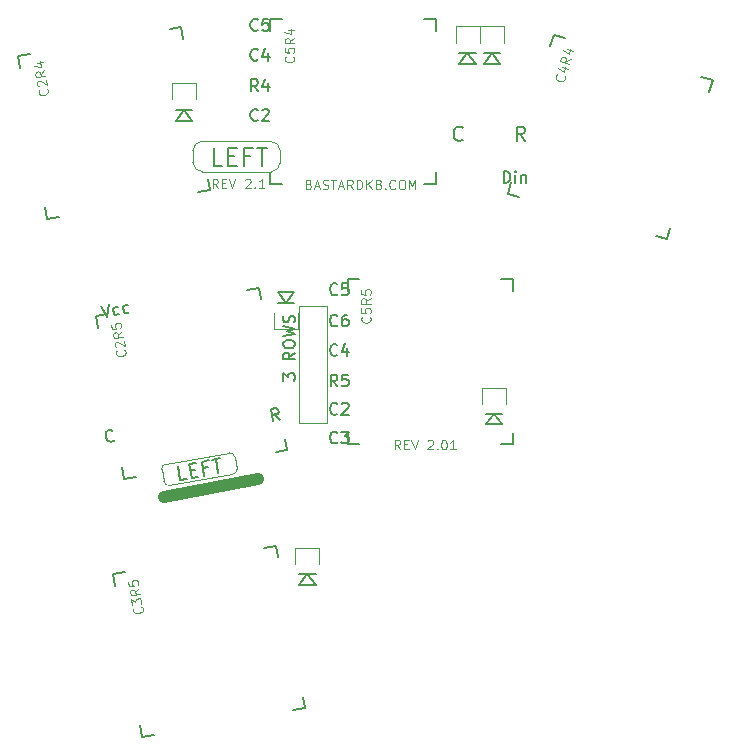
<source format=gto>
G04 Layer: BottomSilkscreenLayer*
G04 EasyEDA v6.5.25, 2023-03-20 21:11:36*
**********************************至少这一行要换成自己的************************************
G04 Gerber Generator version 0.2*
G04 Scale: 100 percent, Rotated: No, Reflected: No *
G04 Dimensions in millimeters  *
G04 leading zeros omitted , absolute positions ,3 integer and 6 decimal *
G04 #@! TF.GenerationSoftware,KiCad,Pcbnew,7.0.7*
G04 #@! TF.CreationDate,2024-02-03T15:44:35+08:00*
G04 #@! TF.ProjectId,flex,666c6578-2e6b-4696-9361-645f70636258,rev?*
G04 #@! TF.SameCoordinates,Original*
G04 #@! TF.FileFunction,Legend,Top*
G04 #@! TF.FilePolarity,Positive*
%FSLAX46Y46*%
G04 Gerber Fmt 4.6, Leading zero omitted, Abs format (unit mm)*
G04 Created by KiCad (PCBNEW 7.0.7) date 2024-02-03 15:44:35*
%MOMM*%
%LPD*%
G01*
G04 APERTURE LIST*
%ADD10C,0.120000*%
%ADD11C,1.000000*%
%ADD12C,0.150000*%
%ADD13C,0.200000*%
G04 APERTURE END LIST*
D10*
X80781746Y-55913790D02*
X74956746Y-55913790D01*
D11*
X79665000Y-84485000D02*
X71735000Y-86015000D01*
D10*
X77716139Y-82640936D02*
G75*
G03*
X77251576Y-82275616I-397439J-27364D01*
G01*
X77251576Y-82275615D02*
X71908995Y-83217659D01*
X77716183Y-82640933D02*
X77893150Y-83644561D01*
X81577783Y-56694680D02*
G75*
G03*
X80781746Y-55913790I-800183J-19520D01*
G01*
X71908998Y-83217710D02*
G75*
G03*
X71543677Y-83682267I27302J-397390D01*
G01*
X74175857Y-57703979D02*
X74175857Y-56684868D01*
X71720644Y-84685895D02*
X71543677Y-83682267D01*
X81577824Y-56694679D02*
X81577824Y-57713790D01*
X74175858Y-57703979D02*
G75*
G03*
X74971935Y-58484869I800142J19479D01*
G01*
X83200000Y-69850000D02*
X85575000Y-69850000D01*
X85575000Y-79800000D01*
X83200000Y-79800000D01*
X83200000Y-69850000D01*
X74956745Y-55913748D02*
G75*
G03*
X74175857Y-56684868I19555J-800752D01*
G01*
X72185251Y-85051213D02*
X77527832Y-84109169D01*
X71720631Y-84685896D02*
G75*
G03*
X72185251Y-85051212I397469J27396D01*
G01*
X74971935Y-58484869D02*
X80796935Y-58484868D01*
X77527828Y-84109111D02*
G75*
G03*
X77893150Y-83644561I-27328J397411D01*
G01*
X80796934Y-58484834D02*
G75*
G03*
X81577823Y-57713790I-19434J800634D01*
G01*
X76301240Y-59881640D02*
X76034573Y-59500687D01*
X75844097Y-59881640D02*
X75844097Y-59081640D01*
X75844097Y-59081640D02*
X76148859Y-59081640D01*
X76148859Y-59081640D02*
X76225049Y-59119735D01*
X76225049Y-59119735D02*
X76263144Y-59157830D01*
X76263144Y-59157830D02*
X76301240Y-59234021D01*
X76301240Y-59234021D02*
X76301240Y-59348306D01*
X76301240Y-59348306D02*
X76263144Y-59424497D01*
X76263144Y-59424497D02*
X76225049Y-59462592D01*
X76225049Y-59462592D02*
X76148859Y-59500687D01*
X76148859Y-59500687D02*
X75844097Y-59500687D01*
X76644097Y-59462592D02*
X76910763Y-59462592D01*
X77025049Y-59881640D02*
X76644097Y-59881640D01*
X76644097Y-59881640D02*
X76644097Y-59081640D01*
X76644097Y-59081640D02*
X77025049Y-59081640D01*
X77253621Y-59081640D02*
X77520288Y-59881640D01*
X77520288Y-59881640D02*
X77786954Y-59081640D01*
X78625049Y-59157830D02*
X78663145Y-59119735D01*
X78663145Y-59119735D02*
X78739335Y-59081640D01*
X78739335Y-59081640D02*
X78929811Y-59081640D01*
X78929811Y-59081640D02*
X79006002Y-59119735D01*
X79006002Y-59119735D02*
X79044097Y-59157830D01*
X79044097Y-59157830D02*
X79082192Y-59234021D01*
X79082192Y-59234021D02*
X79082192Y-59310211D01*
X79082192Y-59310211D02*
X79044097Y-59424497D01*
X79044097Y-59424497D02*
X78586954Y-59881640D01*
X78586954Y-59881640D02*
X79082192Y-59881640D01*
X79425050Y-59805449D02*
X79463145Y-59843545D01*
X79463145Y-59843545D02*
X79425050Y-59881640D01*
X79425050Y-59881640D02*
X79386954Y-59843545D01*
X79386954Y-59843545D02*
X79425050Y-59805449D01*
X79425050Y-59805449D02*
X79425050Y-59881640D01*
X80225049Y-59881640D02*
X79767906Y-59881640D01*
X79996478Y-59881640D02*
X79996478Y-59081640D01*
X79996478Y-59081640D02*
X79920287Y-59195925D01*
X79920287Y-59195925D02*
X79844097Y-59272116D01*
X79844097Y-59272116D02*
X79767906Y-59310211D01*
X105665035Y-50400944D02*
X105691154Y-50448064D01*
X105691154Y-50448064D02*
X105696272Y-50568423D01*
X105696272Y-50568423D02*
X105675271Y-50641662D01*
X105675271Y-50641662D02*
X105607151Y-50741020D01*
X105607151Y-50741020D02*
X105512911Y-50793258D01*
X105512911Y-50793258D02*
X105429171Y-50808876D01*
X105429171Y-50808876D02*
X105272193Y-50803494D01*
X105272193Y-50803494D02*
X105162334Y-50771992D01*
X105162334Y-50771992D02*
X105026357Y-50693371D01*
X105026357Y-50693371D02*
X104963618Y-50635751D01*
X104963618Y-50635751D02*
X104911380Y-50541511D01*
X104911380Y-50541511D02*
X104906262Y-50421152D01*
X104906262Y-50421152D02*
X104927263Y-50347913D01*
X104927263Y-50347913D02*
X104995384Y-50248555D01*
X104995384Y-50248555D02*
X105042504Y-50222436D01*
X105414610Y-49615787D02*
X105927283Y-49762794D01*
X105069152Y-49714881D02*
X105565942Y-50055485D01*
X105565942Y-50055485D02*
X105702448Y-49579432D01*
X106168794Y-48920545D02*
X105729095Y-49071877D01*
X106042788Y-49359979D02*
X105273779Y-49139469D01*
X105273779Y-49139469D02*
X105357782Y-48846513D01*
X105357782Y-48846513D02*
X105415403Y-48783775D01*
X105415403Y-48783775D02*
X105462523Y-48757656D01*
X105462523Y-48757656D02*
X105546262Y-48742037D01*
X105546262Y-48742037D02*
X105656121Y-48773539D01*
X105656121Y-48773539D02*
X105718859Y-48831159D01*
X105718859Y-48831159D02*
X105744978Y-48878279D01*
X105744978Y-48878279D02*
X105760597Y-48962018D01*
X105760597Y-48962018D02*
X105676593Y-49254974D01*
X105845129Y-48114388D02*
X106357802Y-48261394D01*
X105499671Y-48213481D02*
X105996461Y-48554086D01*
X105996461Y-48554086D02*
X106132967Y-48078033D01*
X69817058Y-95325443D02*
X69861190Y-95356344D01*
X69861190Y-95356344D02*
X69918552Y-95462279D01*
X69918552Y-95462279D02*
X69931782Y-95537312D01*
X69931782Y-95537312D02*
X69914111Y-95656476D01*
X69914111Y-95656476D02*
X69852308Y-95744739D01*
X69852308Y-95744739D02*
X69783891Y-95795486D01*
X69783891Y-95795486D02*
X69640440Y-95859463D01*
X69640440Y-95859463D02*
X69527890Y-95879309D01*
X69527890Y-95879309D02*
X69371209Y-95868253D01*
X69371209Y-95868253D02*
X69289561Y-95843967D01*
X69289561Y-95843967D02*
X69201298Y-95782164D01*
X69201298Y-95782164D02*
X69143936Y-95676230D01*
X69143936Y-95676230D02*
X69130706Y-95601197D01*
X69130706Y-95601197D02*
X69148377Y-95482032D01*
X69148377Y-95482032D02*
X69179278Y-95437901D01*
X69057939Y-95188516D02*
X68971941Y-94700801D01*
X68971941Y-94700801D02*
X69318380Y-94910495D01*
X69318380Y-94910495D02*
X69298534Y-94797946D01*
X69298534Y-94797946D02*
X69322820Y-94716298D01*
X69322820Y-94716298D02*
X69353722Y-94672166D01*
X69353722Y-94672166D02*
X69422139Y-94621419D01*
X69422139Y-94621419D02*
X69609722Y-94588344D01*
X69609722Y-94588344D02*
X69691370Y-94612630D01*
X69691370Y-94612630D02*
X69735502Y-94643531D01*
X69735502Y-94643531D02*
X69786248Y-94711949D01*
X69786248Y-94711949D02*
X69825939Y-94937048D01*
X69825939Y-94937048D02*
X69801653Y-95018696D01*
X69801653Y-95018696D02*
X69770752Y-95062828D01*
X69620869Y-93774036D02*
X69292010Y-94102804D01*
X69700251Y-94224234D02*
X68912405Y-94363153D01*
X68912405Y-94363153D02*
X68859484Y-94063021D01*
X68859484Y-94063021D02*
X68883770Y-93981373D01*
X68883770Y-93981373D02*
X68914671Y-93937241D01*
X68914671Y-93937241D02*
X68983089Y-93886494D01*
X68983089Y-93886494D02*
X69095638Y-93866649D01*
X69095638Y-93866649D02*
X69177286Y-93890935D01*
X69177286Y-93890935D02*
X69221418Y-93921836D01*
X69221418Y-93921836D02*
X69272165Y-93990254D01*
X69272165Y-93990254D02*
X69325086Y-94290386D01*
X68707335Y-93200142D02*
X68773486Y-93575307D01*
X68773486Y-93575307D02*
X69155266Y-93546671D01*
X69155266Y-93546671D02*
X69111135Y-93515770D01*
X69111135Y-93515770D02*
X69060388Y-93447352D01*
X69060388Y-93447352D02*
X69027312Y-93259770D01*
X69027312Y-93259770D02*
X69051598Y-93178122D01*
X69051598Y-93178122D02*
X69082500Y-93133990D01*
X69082500Y-93133990D02*
X69150917Y-93083243D01*
X69150917Y-93083243D02*
X69338500Y-93050167D01*
X69338500Y-93050167D02*
X69420148Y-93074454D01*
X69420148Y-93074454D02*
X69464280Y-93105355D01*
X69464280Y-93105355D02*
X69515026Y-93173773D01*
X69515026Y-93173773D02*
X69548102Y-93361355D01*
X69548102Y-93361355D02*
X69523816Y-93443003D01*
X69523816Y-93443003D02*
X69492915Y-93487135D01*
D12*
X97011954Y-55765342D02*
X96954811Y-55822485D01*
X96954811Y-55822485D02*
X96783383Y-55879627D01*
X96783383Y-55879627D02*
X96669097Y-55879627D01*
X96669097Y-55879627D02*
X96497668Y-55822485D01*
X96497668Y-55822485D02*
X96383383Y-55708199D01*
X96383383Y-55708199D02*
X96326240Y-55593913D01*
X96326240Y-55593913D02*
X96269097Y-55365342D01*
X96269097Y-55365342D02*
X96269097Y-55193913D01*
X96269097Y-55193913D02*
X96326240Y-54965342D01*
X96326240Y-54965342D02*
X96383383Y-54851056D01*
X96383383Y-54851056D02*
X96497668Y-54736770D01*
X96497668Y-54736770D02*
X96669097Y-54679627D01*
X96669097Y-54679627D02*
X96783383Y-54679627D01*
X96783383Y-54679627D02*
X96954811Y-54736770D01*
X96954811Y-54736770D02*
X97011954Y-54793913D01*
X79673859Y-54079865D02*
X79626240Y-54127485D01*
X79626240Y-54127485D02*
X79483383Y-54175104D01*
X79483383Y-54175104D02*
X79388145Y-54175104D01*
X79388145Y-54175104D02*
X79245288Y-54127485D01*
X79245288Y-54127485D02*
X79150050Y-54032246D01*
X79150050Y-54032246D02*
X79102431Y-53937008D01*
X79102431Y-53937008D02*
X79054812Y-53746532D01*
X79054812Y-53746532D02*
X79054812Y-53603675D01*
X79054812Y-53603675D02*
X79102431Y-53413199D01*
X79102431Y-53413199D02*
X79150050Y-53317961D01*
X79150050Y-53317961D02*
X79245288Y-53222723D01*
X79245288Y-53222723D02*
X79388145Y-53175104D01*
X79388145Y-53175104D02*
X79483383Y-53175104D01*
X79483383Y-53175104D02*
X79626240Y-53222723D01*
X79626240Y-53222723D02*
X79673859Y-53270342D01*
X80054812Y-53270342D02*
X80102431Y-53222723D01*
X80102431Y-53222723D02*
X80197669Y-53175104D01*
X80197669Y-53175104D02*
X80435764Y-53175104D01*
X80435764Y-53175104D02*
X80531002Y-53222723D01*
X80531002Y-53222723D02*
X80578621Y-53270342D01*
X80578621Y-53270342D02*
X80626240Y-53365580D01*
X80626240Y-53365580D02*
X80626240Y-53460818D01*
X80626240Y-53460818D02*
X80578621Y-53603675D01*
X80578621Y-53603675D02*
X80007193Y-54175104D01*
X80007193Y-54175104D02*
X80626240Y-54175104D01*
X86408333Y-81399680D02*
X86360714Y-81447300D01*
X86360714Y-81447300D02*
X86217857Y-81494919D01*
X86217857Y-81494919D02*
X86122619Y-81494919D01*
X86122619Y-81494919D02*
X85979762Y-81447300D01*
X85979762Y-81447300D02*
X85884524Y-81352061D01*
X85884524Y-81352061D02*
X85836905Y-81256823D01*
X85836905Y-81256823D02*
X85789286Y-81066347D01*
X85789286Y-81066347D02*
X85789286Y-80923490D01*
X85789286Y-80923490D02*
X85836905Y-80733014D01*
X85836905Y-80733014D02*
X85884524Y-80637776D01*
X85884524Y-80637776D02*
X85979762Y-80542538D01*
X85979762Y-80542538D02*
X86122619Y-80494919D01*
X86122619Y-80494919D02*
X86217857Y-80494919D01*
X86217857Y-80494919D02*
X86360714Y-80542538D01*
X86360714Y-80542538D02*
X86408333Y-80590157D01*
X86741667Y-80494919D02*
X87360714Y-80494919D01*
X87360714Y-80494919D02*
X87027381Y-80875871D01*
X87027381Y-80875871D02*
X87170238Y-80875871D01*
X87170238Y-80875871D02*
X87265476Y-80923490D01*
X87265476Y-80923490D02*
X87313095Y-80971109D01*
X87313095Y-80971109D02*
X87360714Y-81066347D01*
X87360714Y-81066347D02*
X87360714Y-81304442D01*
X87360714Y-81304442D02*
X87313095Y-81399680D01*
X87313095Y-81399680D02*
X87265476Y-81447300D01*
X87265476Y-81447300D02*
X87170238Y-81494919D01*
X87170238Y-81494919D02*
X86884524Y-81494919D01*
X86884524Y-81494919D02*
X86789286Y-81447300D01*
X86789286Y-81447300D02*
X86741667Y-81399680D01*
X86408333Y-68841980D02*
X86360714Y-68889600D01*
X86360714Y-68889600D02*
X86217857Y-68937219D01*
X86217857Y-68937219D02*
X86122619Y-68937219D01*
X86122619Y-68937219D02*
X85979762Y-68889600D01*
X85979762Y-68889600D02*
X85884524Y-68794361D01*
X85884524Y-68794361D02*
X85836905Y-68699123D01*
X85836905Y-68699123D02*
X85789286Y-68508647D01*
X85789286Y-68508647D02*
X85789286Y-68365790D01*
X85789286Y-68365790D02*
X85836905Y-68175314D01*
X85836905Y-68175314D02*
X85884524Y-68080076D01*
X85884524Y-68080076D02*
X85979762Y-67984838D01*
X85979762Y-67984838D02*
X86122619Y-67937219D01*
X86122619Y-67937219D02*
X86217857Y-67937219D01*
X86217857Y-67937219D02*
X86360714Y-67984838D01*
X86360714Y-67984838D02*
X86408333Y-68032457D01*
X87313095Y-67937219D02*
X86836905Y-67937219D01*
X86836905Y-67937219D02*
X86789286Y-68413409D01*
X86789286Y-68413409D02*
X86836905Y-68365790D01*
X86836905Y-68365790D02*
X86932143Y-68318171D01*
X86932143Y-68318171D02*
X87170238Y-68318171D01*
X87170238Y-68318171D02*
X87265476Y-68365790D01*
X87265476Y-68365790D02*
X87313095Y-68413409D01*
X87313095Y-68413409D02*
X87360714Y-68508647D01*
X87360714Y-68508647D02*
X87360714Y-68746742D01*
X87360714Y-68746742D02*
X87313095Y-68841980D01*
X87313095Y-68841980D02*
X87265476Y-68889600D01*
X87265476Y-68889600D02*
X87170238Y-68937219D01*
X87170238Y-68937219D02*
X86932143Y-68937219D01*
X86932143Y-68937219D02*
X86836905Y-68889600D01*
X86836905Y-68889600D02*
X86789286Y-68841980D01*
X79673859Y-51675104D02*
X79340526Y-51198913D01*
X79102431Y-51675104D02*
X79102431Y-50675104D01*
X79102431Y-50675104D02*
X79483383Y-50675104D01*
X79483383Y-50675104D02*
X79578621Y-50722723D01*
X79578621Y-50722723D02*
X79626240Y-50770342D01*
X79626240Y-50770342D02*
X79673859Y-50865580D01*
X79673859Y-50865580D02*
X79673859Y-51008437D01*
X79673859Y-51008437D02*
X79626240Y-51103675D01*
X79626240Y-51103675D02*
X79578621Y-51151294D01*
X79578621Y-51151294D02*
X79483383Y-51198913D01*
X79483383Y-51198913D02*
X79102431Y-51198913D01*
X80531002Y-51008437D02*
X80531002Y-51675104D01*
X80292907Y-50627485D02*
X80054812Y-51341770D01*
X80054812Y-51341770D02*
X80673859Y-51341770D01*
X66382940Y-69820945D02*
X66884857Y-70747870D01*
X66884857Y-70747870D02*
X67039478Y-69705180D01*
X67955187Y-70510788D02*
X67869665Y-70574222D01*
X67869665Y-70574222D02*
X67682083Y-70607298D01*
X67682083Y-70607298D02*
X67580023Y-70576940D01*
X67580023Y-70576940D02*
X67524858Y-70538313D01*
X67524858Y-70538313D02*
X67461425Y-70452791D01*
X67461425Y-70452791D02*
X67411811Y-70171417D01*
X67411811Y-70171417D02*
X67442168Y-70069357D01*
X67442168Y-70069357D02*
X67480795Y-70014193D01*
X67480795Y-70014193D02*
X67566317Y-69950759D01*
X67566317Y-69950759D02*
X67753900Y-69917683D01*
X67753900Y-69917683D02*
X67855960Y-69948041D01*
X68799309Y-70361947D02*
X68713786Y-70425381D01*
X68713786Y-70425381D02*
X68526204Y-70458456D01*
X68526204Y-70458456D02*
X68424144Y-70428099D01*
X68424144Y-70428099D02*
X68368979Y-70389472D01*
X68368979Y-70389472D02*
X68305546Y-70303950D01*
X68305546Y-70303950D02*
X68255932Y-70022576D01*
X68255932Y-70022576D02*
X68286290Y-69920516D01*
X68286290Y-69920516D02*
X68324916Y-69865351D01*
X68324916Y-69865351D02*
X68410438Y-69801918D01*
X68410438Y-69801918D02*
X68598021Y-69768842D01*
X68598021Y-69768842D02*
X68700081Y-69799200D01*
X79673859Y-46453365D02*
X79626240Y-46500985D01*
X79626240Y-46500985D02*
X79483383Y-46548604D01*
X79483383Y-46548604D02*
X79388145Y-46548604D01*
X79388145Y-46548604D02*
X79245288Y-46500985D01*
X79245288Y-46500985D02*
X79150050Y-46405746D01*
X79150050Y-46405746D02*
X79102431Y-46310508D01*
X79102431Y-46310508D02*
X79054812Y-46120032D01*
X79054812Y-46120032D02*
X79054812Y-45977175D01*
X79054812Y-45977175D02*
X79102431Y-45786699D01*
X79102431Y-45786699D02*
X79150050Y-45691461D01*
X79150050Y-45691461D02*
X79245288Y-45596223D01*
X79245288Y-45596223D02*
X79388145Y-45548604D01*
X79388145Y-45548604D02*
X79483383Y-45548604D01*
X79483383Y-45548604D02*
X79626240Y-45596223D01*
X79626240Y-45596223D02*
X79673859Y-45643842D01*
X80578621Y-45548604D02*
X80102431Y-45548604D01*
X80102431Y-45548604D02*
X80054812Y-46024794D01*
X80054812Y-46024794D02*
X80102431Y-45977175D01*
X80102431Y-45977175D02*
X80197669Y-45929556D01*
X80197669Y-45929556D02*
X80435764Y-45929556D01*
X80435764Y-45929556D02*
X80531002Y-45977175D01*
X80531002Y-45977175D02*
X80578621Y-46024794D01*
X80578621Y-46024794D02*
X80626240Y-46120032D01*
X80626240Y-46120032D02*
X80626240Y-46358127D01*
X80626240Y-46358127D02*
X80578621Y-46453365D01*
X80578621Y-46453365D02*
X80531002Y-46500985D01*
X80531002Y-46500985D02*
X80435764Y-46548604D01*
X80435764Y-46548604D02*
X80197669Y-46548604D01*
X80197669Y-46548604D02*
X80102431Y-46500985D01*
X80102431Y-46500985D02*
X80054812Y-46453365D01*
D10*
X83984573Y-59537592D02*
X84098859Y-59575687D01*
X84098859Y-59575687D02*
X84136954Y-59613783D01*
X84136954Y-59613783D02*
X84175050Y-59689973D01*
X84175050Y-59689973D02*
X84175050Y-59804259D01*
X84175050Y-59804259D02*
X84136954Y-59880449D01*
X84136954Y-59880449D02*
X84098859Y-59918545D01*
X84098859Y-59918545D02*
X84022669Y-59956640D01*
X84022669Y-59956640D02*
X83717907Y-59956640D01*
X83717907Y-59956640D02*
X83717907Y-59156640D01*
X83717907Y-59156640D02*
X83984573Y-59156640D01*
X83984573Y-59156640D02*
X84060764Y-59194735D01*
X84060764Y-59194735D02*
X84098859Y-59232830D01*
X84098859Y-59232830D02*
X84136954Y-59309021D01*
X84136954Y-59309021D02*
X84136954Y-59385211D01*
X84136954Y-59385211D02*
X84098859Y-59461402D01*
X84098859Y-59461402D02*
X84060764Y-59499497D01*
X84060764Y-59499497D02*
X83984573Y-59537592D01*
X83984573Y-59537592D02*
X83717907Y-59537592D01*
X84479811Y-59728068D02*
X84860764Y-59728068D01*
X84403621Y-59956640D02*
X84670288Y-59156640D01*
X84670288Y-59156640D02*
X84936954Y-59956640D01*
X85165525Y-59918545D02*
X85279811Y-59956640D01*
X85279811Y-59956640D02*
X85470287Y-59956640D01*
X85470287Y-59956640D02*
X85546478Y-59918545D01*
X85546478Y-59918545D02*
X85584573Y-59880449D01*
X85584573Y-59880449D02*
X85622668Y-59804259D01*
X85622668Y-59804259D02*
X85622668Y-59728068D01*
X85622668Y-59728068D02*
X85584573Y-59651878D01*
X85584573Y-59651878D02*
X85546478Y-59613783D01*
X85546478Y-59613783D02*
X85470287Y-59575687D01*
X85470287Y-59575687D02*
X85317906Y-59537592D01*
X85317906Y-59537592D02*
X85241716Y-59499497D01*
X85241716Y-59499497D02*
X85203621Y-59461402D01*
X85203621Y-59461402D02*
X85165525Y-59385211D01*
X85165525Y-59385211D02*
X85165525Y-59309021D01*
X85165525Y-59309021D02*
X85203621Y-59232830D01*
X85203621Y-59232830D02*
X85241716Y-59194735D01*
X85241716Y-59194735D02*
X85317906Y-59156640D01*
X85317906Y-59156640D02*
X85508383Y-59156640D01*
X85508383Y-59156640D02*
X85622668Y-59194735D01*
X85851240Y-59156640D02*
X86308383Y-59156640D01*
X86079811Y-59956640D02*
X86079811Y-59156640D01*
X86536954Y-59728068D02*
X86917907Y-59728068D01*
X86460764Y-59956640D02*
X86727431Y-59156640D01*
X86727431Y-59156640D02*
X86994097Y-59956640D01*
X87717907Y-59956640D02*
X87451240Y-59575687D01*
X87260764Y-59956640D02*
X87260764Y-59156640D01*
X87260764Y-59156640D02*
X87565526Y-59156640D01*
X87565526Y-59156640D02*
X87641716Y-59194735D01*
X87641716Y-59194735D02*
X87679811Y-59232830D01*
X87679811Y-59232830D02*
X87717907Y-59309021D01*
X87717907Y-59309021D02*
X87717907Y-59423306D01*
X87717907Y-59423306D02*
X87679811Y-59499497D01*
X87679811Y-59499497D02*
X87641716Y-59537592D01*
X87641716Y-59537592D02*
X87565526Y-59575687D01*
X87565526Y-59575687D02*
X87260764Y-59575687D01*
X88060764Y-59956640D02*
X88060764Y-59156640D01*
X88060764Y-59156640D02*
X88251240Y-59156640D01*
X88251240Y-59156640D02*
X88365526Y-59194735D01*
X88365526Y-59194735D02*
X88441716Y-59270925D01*
X88441716Y-59270925D02*
X88479811Y-59347116D01*
X88479811Y-59347116D02*
X88517907Y-59499497D01*
X88517907Y-59499497D02*
X88517907Y-59613783D01*
X88517907Y-59613783D02*
X88479811Y-59766164D01*
X88479811Y-59766164D02*
X88441716Y-59842354D01*
X88441716Y-59842354D02*
X88365526Y-59918545D01*
X88365526Y-59918545D02*
X88251240Y-59956640D01*
X88251240Y-59956640D02*
X88060764Y-59956640D01*
X88860764Y-59956640D02*
X88860764Y-59156640D01*
X89317907Y-59956640D02*
X88975049Y-59499497D01*
X89317907Y-59156640D02*
X88860764Y-59613783D01*
X89927430Y-59537592D02*
X90041716Y-59575687D01*
X90041716Y-59575687D02*
X90079811Y-59613783D01*
X90079811Y-59613783D02*
X90117907Y-59689973D01*
X90117907Y-59689973D02*
X90117907Y-59804259D01*
X90117907Y-59804259D02*
X90079811Y-59880449D01*
X90079811Y-59880449D02*
X90041716Y-59918545D01*
X90041716Y-59918545D02*
X89965526Y-59956640D01*
X89965526Y-59956640D02*
X89660764Y-59956640D01*
X89660764Y-59956640D02*
X89660764Y-59156640D01*
X89660764Y-59156640D02*
X89927430Y-59156640D01*
X89927430Y-59156640D02*
X90003621Y-59194735D01*
X90003621Y-59194735D02*
X90041716Y-59232830D01*
X90041716Y-59232830D02*
X90079811Y-59309021D01*
X90079811Y-59309021D02*
X90079811Y-59385211D01*
X90079811Y-59385211D02*
X90041716Y-59461402D01*
X90041716Y-59461402D02*
X90003621Y-59499497D01*
X90003621Y-59499497D02*
X89927430Y-59537592D01*
X89927430Y-59537592D02*
X89660764Y-59537592D01*
X90460764Y-59880449D02*
X90498859Y-59918545D01*
X90498859Y-59918545D02*
X90460764Y-59956640D01*
X90460764Y-59956640D02*
X90422668Y-59918545D01*
X90422668Y-59918545D02*
X90460764Y-59880449D01*
X90460764Y-59880449D02*
X90460764Y-59956640D01*
X91298859Y-59880449D02*
X91260763Y-59918545D01*
X91260763Y-59918545D02*
X91146478Y-59956640D01*
X91146478Y-59956640D02*
X91070287Y-59956640D01*
X91070287Y-59956640D02*
X90956001Y-59918545D01*
X90956001Y-59918545D02*
X90879811Y-59842354D01*
X90879811Y-59842354D02*
X90841716Y-59766164D01*
X90841716Y-59766164D02*
X90803620Y-59613783D01*
X90803620Y-59613783D02*
X90803620Y-59499497D01*
X90803620Y-59499497D02*
X90841716Y-59347116D01*
X90841716Y-59347116D02*
X90879811Y-59270925D01*
X90879811Y-59270925D02*
X90956001Y-59194735D01*
X90956001Y-59194735D02*
X91070287Y-59156640D01*
X91070287Y-59156640D02*
X91146478Y-59156640D01*
X91146478Y-59156640D02*
X91260763Y-59194735D01*
X91260763Y-59194735D02*
X91298859Y-59232830D01*
X91794097Y-59156640D02*
X91946478Y-59156640D01*
X91946478Y-59156640D02*
X92022668Y-59194735D01*
X92022668Y-59194735D02*
X92098859Y-59270925D01*
X92098859Y-59270925D02*
X92136954Y-59423306D01*
X92136954Y-59423306D02*
X92136954Y-59689973D01*
X92136954Y-59689973D02*
X92098859Y-59842354D01*
X92098859Y-59842354D02*
X92022668Y-59918545D01*
X92022668Y-59918545D02*
X91946478Y-59956640D01*
X91946478Y-59956640D02*
X91794097Y-59956640D01*
X91794097Y-59956640D02*
X91717906Y-59918545D01*
X91717906Y-59918545D02*
X91641716Y-59842354D01*
X91641716Y-59842354D02*
X91603620Y-59689973D01*
X91603620Y-59689973D02*
X91603620Y-59423306D01*
X91603620Y-59423306D02*
X91641716Y-59270925D01*
X91641716Y-59270925D02*
X91717906Y-59194735D01*
X91717906Y-59194735D02*
X91794097Y-59156640D01*
X92479811Y-59956640D02*
X92479811Y-59156640D01*
X92479811Y-59156640D02*
X92746477Y-59728068D01*
X92746477Y-59728068D02*
X93013144Y-59156640D01*
X93013144Y-59156640D02*
X93013144Y-59956640D01*
D12*
X67504890Y-81201451D02*
X67466263Y-81256616D01*
X67466263Y-81256616D02*
X67333845Y-81328318D01*
X67333845Y-81328318D02*
X67240054Y-81344856D01*
X67240054Y-81344856D02*
X67091098Y-81322768D01*
X67091098Y-81322768D02*
X66980769Y-81245514D01*
X66980769Y-81245514D02*
X66917335Y-81159992D01*
X66917335Y-81159992D02*
X66837364Y-80980679D01*
X66837364Y-80980679D02*
X66812557Y-80839992D01*
X66812557Y-80839992D02*
X66826377Y-80644140D01*
X66826377Y-80644140D02*
X66856734Y-80542080D01*
X66856734Y-80542080D02*
X66933988Y-80431751D01*
X66933988Y-80431751D02*
X67066406Y-80360049D01*
X67066406Y-80360049D02*
X67160197Y-80343511D01*
X67160197Y-80343511D02*
X67309153Y-80365599D01*
X67309153Y-80365599D02*
X67364317Y-80404226D01*
D10*
X91729762Y-81998855D02*
X91463095Y-81617902D01*
X91272619Y-81998855D02*
X91272619Y-81198855D01*
X91272619Y-81198855D02*
X91577381Y-81198855D01*
X91577381Y-81198855D02*
X91653571Y-81236950D01*
X91653571Y-81236950D02*
X91691666Y-81275045D01*
X91691666Y-81275045D02*
X91729762Y-81351236D01*
X91729762Y-81351236D02*
X91729762Y-81465521D01*
X91729762Y-81465521D02*
X91691666Y-81541712D01*
X91691666Y-81541712D02*
X91653571Y-81579807D01*
X91653571Y-81579807D02*
X91577381Y-81617902D01*
X91577381Y-81617902D02*
X91272619Y-81617902D01*
X92072619Y-81579807D02*
X92339285Y-81579807D01*
X92453571Y-81998855D02*
X92072619Y-81998855D01*
X92072619Y-81998855D02*
X92072619Y-81198855D01*
X92072619Y-81198855D02*
X92453571Y-81198855D01*
X92682143Y-81198855D02*
X92948810Y-81998855D01*
X92948810Y-81998855D02*
X93215476Y-81198855D01*
X94053571Y-81275045D02*
X94091667Y-81236950D01*
X94091667Y-81236950D02*
X94167857Y-81198855D01*
X94167857Y-81198855D02*
X94358333Y-81198855D01*
X94358333Y-81198855D02*
X94434524Y-81236950D01*
X94434524Y-81236950D02*
X94472619Y-81275045D01*
X94472619Y-81275045D02*
X94510714Y-81351236D01*
X94510714Y-81351236D02*
X94510714Y-81427426D01*
X94510714Y-81427426D02*
X94472619Y-81541712D01*
X94472619Y-81541712D02*
X94015476Y-81998855D01*
X94015476Y-81998855D02*
X94510714Y-81998855D01*
X94853572Y-81922664D02*
X94891667Y-81960760D01*
X94891667Y-81960760D02*
X94853572Y-81998855D01*
X94853572Y-81998855D02*
X94815476Y-81960760D01*
X94815476Y-81960760D02*
X94853572Y-81922664D01*
X94853572Y-81922664D02*
X94853572Y-81998855D01*
X95386905Y-81198855D02*
X95463095Y-81198855D01*
X95463095Y-81198855D02*
X95539286Y-81236950D01*
X95539286Y-81236950D02*
X95577381Y-81275045D01*
X95577381Y-81275045D02*
X95615476Y-81351236D01*
X95615476Y-81351236D02*
X95653571Y-81503617D01*
X95653571Y-81503617D02*
X95653571Y-81694093D01*
X95653571Y-81694093D02*
X95615476Y-81846474D01*
X95615476Y-81846474D02*
X95577381Y-81922664D01*
X95577381Y-81922664D02*
X95539286Y-81960760D01*
X95539286Y-81960760D02*
X95463095Y-81998855D01*
X95463095Y-81998855D02*
X95386905Y-81998855D01*
X95386905Y-81998855D02*
X95310714Y-81960760D01*
X95310714Y-81960760D02*
X95272619Y-81922664D01*
X95272619Y-81922664D02*
X95234524Y-81846474D01*
X95234524Y-81846474D02*
X95196428Y-81694093D01*
X95196428Y-81694093D02*
X95196428Y-81503617D01*
X95196428Y-81503617D02*
X95234524Y-81351236D01*
X95234524Y-81351236D02*
X95272619Y-81275045D01*
X95272619Y-81275045D02*
X95310714Y-81236950D01*
X95310714Y-81236950D02*
X95386905Y-81198855D01*
X96415476Y-81998855D02*
X95958333Y-81998855D01*
X96186905Y-81998855D02*
X96186905Y-81198855D01*
X96186905Y-81198855D02*
X96110714Y-81313140D01*
X96110714Y-81313140D02*
X96034524Y-81389331D01*
X96034524Y-81389331D02*
X95958333Y-81427426D01*
D13*
X76668363Y-57968397D02*
X75954077Y-57968397D01*
X75954077Y-57968397D02*
X75954077Y-56468397D01*
X77168363Y-57182683D02*
X77668363Y-57182683D01*
X77882649Y-57968397D02*
X77168363Y-57968397D01*
X77168363Y-57968397D02*
X77168363Y-56468397D01*
X77168363Y-56468397D02*
X77882649Y-56468397D01*
X79025506Y-57182683D02*
X78525506Y-57182683D01*
X78525506Y-57968397D02*
X78525506Y-56468397D01*
X78525506Y-56468397D02*
X79239792Y-56468397D01*
X79596935Y-56468397D02*
X80454078Y-56468397D01*
X80025506Y-57968397D02*
X80025506Y-56468397D01*
D12*
X86408333Y-78959580D02*
X86360714Y-79007200D01*
X86360714Y-79007200D02*
X86217857Y-79054819D01*
X86217857Y-79054819D02*
X86122619Y-79054819D01*
X86122619Y-79054819D02*
X85979762Y-79007200D01*
X85979762Y-79007200D02*
X85884524Y-78911961D01*
X85884524Y-78911961D02*
X85836905Y-78816723D01*
X85836905Y-78816723D02*
X85789286Y-78626247D01*
X85789286Y-78626247D02*
X85789286Y-78483390D01*
X85789286Y-78483390D02*
X85836905Y-78292914D01*
X85836905Y-78292914D02*
X85884524Y-78197676D01*
X85884524Y-78197676D02*
X85979762Y-78102438D01*
X85979762Y-78102438D02*
X86122619Y-78054819D01*
X86122619Y-78054819D02*
X86217857Y-78054819D01*
X86217857Y-78054819D02*
X86360714Y-78102438D01*
X86360714Y-78102438D02*
X86408333Y-78150057D01*
X86789286Y-78150057D02*
X86836905Y-78102438D01*
X86836905Y-78102438D02*
X86932143Y-78054819D01*
X86932143Y-78054819D02*
X87170238Y-78054819D01*
X87170238Y-78054819D02*
X87265476Y-78102438D01*
X87265476Y-78102438D02*
X87313095Y-78150057D01*
X87313095Y-78150057D02*
X87360714Y-78245295D01*
X87360714Y-78245295D02*
X87360714Y-78340533D01*
X87360714Y-78340533D02*
X87313095Y-78483390D01*
X87313095Y-78483390D02*
X86741667Y-79054819D01*
X86741667Y-79054819D02*
X87360714Y-79054819D01*
X102311954Y-55879627D02*
X101911954Y-55308199D01*
X101626240Y-55879627D02*
X101626240Y-54679627D01*
X101626240Y-54679627D02*
X102083383Y-54679627D01*
X102083383Y-54679627D02*
X102197668Y-54736770D01*
X102197668Y-54736770D02*
X102254811Y-54793913D01*
X102254811Y-54793913D02*
X102311954Y-54908199D01*
X102311954Y-54908199D02*
X102311954Y-55079627D01*
X102311954Y-55079627D02*
X102254811Y-55193913D01*
X102254811Y-55193913D02*
X102197668Y-55251056D01*
X102197668Y-55251056D02*
X102083383Y-55308199D01*
X102083383Y-55308199D02*
X101626240Y-55308199D01*
D10*
X89162664Y-70764285D02*
X89200760Y-70802381D01*
X89200760Y-70802381D02*
X89238855Y-70916666D01*
X89238855Y-70916666D02*
X89238855Y-70992857D01*
X89238855Y-70992857D02*
X89200760Y-71107143D01*
X89200760Y-71107143D02*
X89124569Y-71183333D01*
X89124569Y-71183333D02*
X89048379Y-71221428D01*
X89048379Y-71221428D02*
X88895998Y-71259524D01*
X88895998Y-71259524D02*
X88781712Y-71259524D01*
X88781712Y-71259524D02*
X88629331Y-71221428D01*
X88629331Y-71221428D02*
X88553140Y-71183333D01*
X88553140Y-71183333D02*
X88476950Y-71107143D01*
X88476950Y-71107143D02*
X88438855Y-70992857D01*
X88438855Y-70992857D02*
X88438855Y-70916666D01*
X88438855Y-70916666D02*
X88476950Y-70802381D01*
X88476950Y-70802381D02*
X88515045Y-70764285D01*
X88438855Y-70040476D02*
X88438855Y-70421428D01*
X88438855Y-70421428D02*
X88819807Y-70459524D01*
X88819807Y-70459524D02*
X88781712Y-70421428D01*
X88781712Y-70421428D02*
X88743617Y-70345238D01*
X88743617Y-70345238D02*
X88743617Y-70154762D01*
X88743617Y-70154762D02*
X88781712Y-70078571D01*
X88781712Y-70078571D02*
X88819807Y-70040476D01*
X88819807Y-70040476D02*
X88895998Y-70002381D01*
X88895998Y-70002381D02*
X89086474Y-70002381D01*
X89086474Y-70002381D02*
X89162664Y-70040476D01*
X89162664Y-70040476D02*
X89200760Y-70078571D01*
X89200760Y-70078571D02*
X89238855Y-70154762D01*
X89238855Y-70154762D02*
X89238855Y-70345238D01*
X89238855Y-70345238D02*
X89200760Y-70421428D01*
X89200760Y-70421428D02*
X89162664Y-70459524D01*
X89238855Y-69202380D02*
X88857902Y-69469047D01*
X89238855Y-69659523D02*
X88438855Y-69659523D01*
X88438855Y-69659523D02*
X88438855Y-69354761D01*
X88438855Y-69354761D02*
X88476950Y-69278571D01*
X88476950Y-69278571D02*
X88515045Y-69240476D01*
X88515045Y-69240476D02*
X88591236Y-69202380D01*
X88591236Y-69202380D02*
X88705521Y-69202380D01*
X88705521Y-69202380D02*
X88781712Y-69240476D01*
X88781712Y-69240476D02*
X88819807Y-69278571D01*
X88819807Y-69278571D02*
X88857902Y-69354761D01*
X88857902Y-69354761D02*
X88857902Y-69659523D01*
X88438855Y-68478571D02*
X88438855Y-68859523D01*
X88438855Y-68859523D02*
X88819807Y-68897619D01*
X88819807Y-68897619D02*
X88781712Y-68859523D01*
X88781712Y-68859523D02*
X88743617Y-68783333D01*
X88743617Y-68783333D02*
X88743617Y-68592857D01*
X88743617Y-68592857D02*
X88781712Y-68516666D01*
X88781712Y-68516666D02*
X88819807Y-68478571D01*
X88819807Y-68478571D02*
X88895998Y-68440476D01*
X88895998Y-68440476D02*
X89086474Y-68440476D01*
X89086474Y-68440476D02*
X89162664Y-68478571D01*
X89162664Y-68478571D02*
X89200760Y-68516666D01*
X89200760Y-68516666D02*
X89238855Y-68592857D01*
X89238855Y-68592857D02*
X89238855Y-68783333D01*
X89238855Y-68783333D02*
X89200760Y-68859523D01*
X89200760Y-68859523D02*
X89162664Y-68897619D01*
D12*
X73689142Y-84469006D02*
X73126395Y-84568234D01*
X73126395Y-84568234D02*
X72918017Y-83386464D01*
X73973915Y-83780525D02*
X74367838Y-83711065D01*
X74645813Y-84300319D02*
X74083066Y-84399547D01*
X74083066Y-84399547D02*
X73874688Y-83217777D01*
X73874688Y-83217777D02*
X74437435Y-83118550D01*
X75437058Y-83522533D02*
X75043135Y-83591992D01*
X75152285Y-84211014D02*
X74943907Y-83029245D01*
X74943907Y-83029245D02*
X75506655Y-82930018D01*
X75788028Y-82880404D02*
X76463325Y-82761331D01*
X76334054Y-84002637D02*
X76125676Y-82820867D01*
X81824819Y-76185713D02*
X81824819Y-75566666D01*
X81824819Y-75566666D02*
X82205771Y-75899999D01*
X82205771Y-75899999D02*
X82205771Y-75757142D01*
X82205771Y-75757142D02*
X82253390Y-75661904D01*
X82253390Y-75661904D02*
X82301009Y-75614285D01*
X82301009Y-75614285D02*
X82396247Y-75566666D01*
X82396247Y-75566666D02*
X82634342Y-75566666D01*
X82634342Y-75566666D02*
X82729580Y-75614285D01*
X82729580Y-75614285D02*
X82777200Y-75661904D01*
X82777200Y-75661904D02*
X82824819Y-75757142D01*
X82824819Y-75757142D02*
X82824819Y-76042856D01*
X82824819Y-76042856D02*
X82777200Y-76138094D01*
X82777200Y-76138094D02*
X82729580Y-76185713D01*
X82824819Y-73804761D02*
X82348628Y-74138094D01*
X82824819Y-74376189D02*
X81824819Y-74376189D01*
X81824819Y-74376189D02*
X81824819Y-73995237D01*
X81824819Y-73995237D02*
X81872438Y-73899999D01*
X81872438Y-73899999D02*
X81920057Y-73852380D01*
X81920057Y-73852380D02*
X82015295Y-73804761D01*
X82015295Y-73804761D02*
X82158152Y-73804761D01*
X82158152Y-73804761D02*
X82253390Y-73852380D01*
X82253390Y-73852380D02*
X82301009Y-73899999D01*
X82301009Y-73899999D02*
X82348628Y-73995237D01*
X82348628Y-73995237D02*
X82348628Y-74376189D01*
X81824819Y-73185713D02*
X81824819Y-72995237D01*
X81824819Y-72995237D02*
X81872438Y-72899999D01*
X81872438Y-72899999D02*
X81967676Y-72804761D01*
X81967676Y-72804761D02*
X82158152Y-72757142D01*
X82158152Y-72757142D02*
X82491485Y-72757142D01*
X82491485Y-72757142D02*
X82681961Y-72804761D01*
X82681961Y-72804761D02*
X82777200Y-72899999D01*
X82777200Y-72899999D02*
X82824819Y-72995237D01*
X82824819Y-72995237D02*
X82824819Y-73185713D01*
X82824819Y-73185713D02*
X82777200Y-73280951D01*
X82777200Y-73280951D02*
X82681961Y-73376189D01*
X82681961Y-73376189D02*
X82491485Y-73423808D01*
X82491485Y-73423808D02*
X82158152Y-73423808D01*
X82158152Y-73423808D02*
X81967676Y-73376189D01*
X81967676Y-73376189D02*
X81872438Y-73280951D01*
X81872438Y-73280951D02*
X81824819Y-73185713D01*
X81824819Y-72423808D02*
X82824819Y-72185713D01*
X82824819Y-72185713D02*
X82110533Y-71995237D01*
X82110533Y-71995237D02*
X82824819Y-71804761D01*
X82824819Y-71804761D02*
X81824819Y-71566666D01*
X82777200Y-71233332D02*
X82824819Y-71090475D01*
X82824819Y-71090475D02*
X82824819Y-70852380D01*
X82824819Y-70852380D02*
X82777200Y-70757142D01*
X82777200Y-70757142D02*
X82729580Y-70709523D01*
X82729580Y-70709523D02*
X82634342Y-70661904D01*
X82634342Y-70661904D02*
X82539104Y-70661904D01*
X82539104Y-70661904D02*
X82443866Y-70709523D01*
X82443866Y-70709523D02*
X82396247Y-70757142D01*
X82396247Y-70757142D02*
X82348628Y-70852380D01*
X82348628Y-70852380D02*
X82301009Y-71042856D01*
X82301009Y-71042856D02*
X82253390Y-71138094D01*
X82253390Y-71138094D02*
X82205771Y-71185713D01*
X82205771Y-71185713D02*
X82110533Y-71233332D01*
X82110533Y-71233332D02*
X82015295Y-71233332D01*
X82015295Y-71233332D02*
X81920057Y-71185713D01*
X81920057Y-71185713D02*
X81872438Y-71138094D01*
X81872438Y-71138094D02*
X81824819Y-71042856D01*
X81824819Y-71042856D02*
X81824819Y-70804761D01*
X81824819Y-70804761D02*
X81872438Y-70661904D01*
D10*
X61807584Y-51443228D02*
X61851716Y-51474129D01*
X61851716Y-51474129D02*
X61909078Y-51580064D01*
X61909078Y-51580064D02*
X61922308Y-51655097D01*
X61922308Y-51655097D02*
X61904637Y-51774261D01*
X61904637Y-51774261D02*
X61842834Y-51862524D01*
X61842834Y-51862524D02*
X61774417Y-51913271D01*
X61774417Y-51913271D02*
X61630966Y-51977248D01*
X61630966Y-51977248D02*
X61518416Y-51997094D01*
X61518416Y-51997094D02*
X61361735Y-51986038D01*
X61361735Y-51986038D02*
X61280087Y-51961752D01*
X61280087Y-51961752D02*
X61191824Y-51899949D01*
X61191824Y-51899949D02*
X61134462Y-51794015D01*
X61134462Y-51794015D02*
X61121232Y-51718982D01*
X61121232Y-51718982D02*
X61138903Y-51599817D01*
X61138903Y-51599817D02*
X61169804Y-51555686D01*
X61116882Y-51255554D02*
X61072751Y-51224653D01*
X61072751Y-51224653D02*
X61022004Y-51156235D01*
X61022004Y-51156235D02*
X60988928Y-50968652D01*
X60988928Y-50968652D02*
X61013214Y-50887004D01*
X61013214Y-50887004D02*
X61044116Y-50842873D01*
X61044116Y-50842873D02*
X61112533Y-50792126D01*
X61112533Y-50792126D02*
X61187566Y-50778895D01*
X61187566Y-50778895D02*
X61306731Y-50796566D01*
X61306731Y-50796566D02*
X61836311Y-51167382D01*
X61836311Y-51167382D02*
X61750314Y-50679668D01*
X61611395Y-49891821D02*
X61282536Y-50220589D01*
X61690777Y-50342019D02*
X60902931Y-50480938D01*
X60902931Y-50480938D02*
X60850010Y-50180806D01*
X60850010Y-50180806D02*
X60874296Y-50099158D01*
X60874296Y-50099158D02*
X60905197Y-50055026D01*
X60905197Y-50055026D02*
X60973615Y-50004279D01*
X60973615Y-50004279D02*
X61086164Y-49984434D01*
X61086164Y-49984434D02*
X61167812Y-50008720D01*
X61167812Y-50008720D02*
X61211944Y-50039621D01*
X61211944Y-50039621D02*
X61262691Y-50108039D01*
X61262691Y-50108039D02*
X61315612Y-50408171D01*
X60967091Y-49309137D02*
X61492322Y-49216525D01*
X60700035Y-49549641D02*
X61295858Y-49637996D01*
X61295858Y-49637996D02*
X61209861Y-49150281D01*
D12*
X81551622Y-79472477D02*
X81140664Y-79061403D01*
X80988875Y-79571704D02*
X80815227Y-78586896D01*
X80815227Y-78586896D02*
X81190392Y-78520745D01*
X81190392Y-78520745D02*
X81292452Y-78551102D01*
X81292452Y-78551102D02*
X81347617Y-78589729D01*
X81347617Y-78589729D02*
X81411050Y-78675251D01*
X81411050Y-78675251D02*
X81435857Y-78815938D01*
X81435857Y-78815938D02*
X81405499Y-78917998D01*
X81405499Y-78917998D02*
X81366873Y-78973163D01*
X81366873Y-78973163D02*
X81281350Y-79036596D01*
X81281350Y-79036596D02*
X80906186Y-79102748D01*
D10*
X68367058Y-73550443D02*
X68411190Y-73581344D01*
X68411190Y-73581344D02*
X68468552Y-73687279D01*
X68468552Y-73687279D02*
X68481782Y-73762312D01*
X68481782Y-73762312D02*
X68464111Y-73881476D01*
X68464111Y-73881476D02*
X68402308Y-73969739D01*
X68402308Y-73969739D02*
X68333891Y-74020486D01*
X68333891Y-74020486D02*
X68190440Y-74084463D01*
X68190440Y-74084463D02*
X68077890Y-74104309D01*
X68077890Y-74104309D02*
X67921209Y-74093253D01*
X67921209Y-74093253D02*
X67839561Y-74068967D01*
X67839561Y-74068967D02*
X67751298Y-74007164D01*
X67751298Y-74007164D02*
X67693936Y-73901230D01*
X67693936Y-73901230D02*
X67680706Y-73826197D01*
X67680706Y-73826197D02*
X67698377Y-73707032D01*
X67698377Y-73707032D02*
X67729278Y-73662901D01*
X67676356Y-73362769D02*
X67632225Y-73331868D01*
X67632225Y-73331868D02*
X67581478Y-73263450D01*
X67581478Y-73263450D02*
X67548402Y-73075867D01*
X67548402Y-73075867D02*
X67572688Y-72994219D01*
X67572688Y-72994219D02*
X67603590Y-72950088D01*
X67603590Y-72950088D02*
X67672007Y-72899341D01*
X67672007Y-72899341D02*
X67747040Y-72886110D01*
X67747040Y-72886110D02*
X67866205Y-72903781D01*
X67866205Y-72903781D02*
X68395785Y-73274597D01*
X68395785Y-73274597D02*
X68309788Y-72786883D01*
X68170869Y-71999036D02*
X67842010Y-72327804D01*
X68250251Y-72449234D02*
X67462405Y-72588153D01*
X67462405Y-72588153D02*
X67409484Y-72288021D01*
X67409484Y-72288021D02*
X67433770Y-72206373D01*
X67433770Y-72206373D02*
X67464671Y-72162241D01*
X67464671Y-72162241D02*
X67533089Y-72111494D01*
X67533089Y-72111494D02*
X67645638Y-72091649D01*
X67645638Y-72091649D02*
X67727286Y-72115935D01*
X67727286Y-72115935D02*
X67771418Y-72146836D01*
X67771418Y-72146836D02*
X67822165Y-72215254D01*
X67822165Y-72215254D02*
X67875086Y-72515386D01*
X67257335Y-71425142D02*
X67323486Y-71800307D01*
X67323486Y-71800307D02*
X67705266Y-71771671D01*
X67705266Y-71771671D02*
X67661135Y-71740770D01*
X67661135Y-71740770D02*
X67610388Y-71672352D01*
X67610388Y-71672352D02*
X67577312Y-71484770D01*
X67577312Y-71484770D02*
X67601598Y-71403122D01*
X67601598Y-71403122D02*
X67632500Y-71358990D01*
X67632500Y-71358990D02*
X67700917Y-71308243D01*
X67700917Y-71308243D02*
X67888500Y-71275167D01*
X67888500Y-71275167D02*
X67970148Y-71299454D01*
X67970148Y-71299454D02*
X68014280Y-71330355D01*
X68014280Y-71330355D02*
X68065026Y-71398773D01*
X68065026Y-71398773D02*
X68098102Y-71586355D01*
X68098102Y-71586355D02*
X68073816Y-71668003D01*
X68073816Y-71668003D02*
X68042915Y-71712135D01*
D12*
X100488145Y-59422604D02*
X100488145Y-58422604D01*
X100488145Y-58422604D02*
X100726240Y-58422604D01*
X100726240Y-58422604D02*
X100869097Y-58470223D01*
X100869097Y-58470223D02*
X100964335Y-58565461D01*
X100964335Y-58565461D02*
X101011954Y-58660699D01*
X101011954Y-58660699D02*
X101059573Y-58851175D01*
X101059573Y-58851175D02*
X101059573Y-58994032D01*
X101059573Y-58994032D02*
X101011954Y-59184508D01*
X101011954Y-59184508D02*
X100964335Y-59279746D01*
X100964335Y-59279746D02*
X100869097Y-59374985D01*
X100869097Y-59374985D02*
X100726240Y-59422604D01*
X100726240Y-59422604D02*
X100488145Y-59422604D01*
X101488145Y-59422604D02*
X101488145Y-58755937D01*
X101488145Y-58422604D02*
X101440526Y-58470223D01*
X101440526Y-58470223D02*
X101488145Y-58517842D01*
X101488145Y-58517842D02*
X101535764Y-58470223D01*
X101535764Y-58470223D02*
X101488145Y-58422604D01*
X101488145Y-58422604D02*
X101488145Y-58517842D01*
X101964335Y-58755937D02*
X101964335Y-59422604D01*
X101964335Y-58851175D02*
X102011954Y-58803556D01*
X102011954Y-58803556D02*
X102107192Y-58755937D01*
X102107192Y-58755937D02*
X102250049Y-58755937D01*
X102250049Y-58755937D02*
X102345287Y-58803556D01*
X102345287Y-58803556D02*
X102392906Y-58898794D01*
X102392906Y-58898794D02*
X102392906Y-59422604D01*
X79673859Y-48979865D02*
X79626240Y-49027485D01*
X79626240Y-49027485D02*
X79483383Y-49075104D01*
X79483383Y-49075104D02*
X79388145Y-49075104D01*
X79388145Y-49075104D02*
X79245288Y-49027485D01*
X79245288Y-49027485D02*
X79150050Y-48932246D01*
X79150050Y-48932246D02*
X79102431Y-48837008D01*
X79102431Y-48837008D02*
X79054812Y-48646532D01*
X79054812Y-48646532D02*
X79054812Y-48503675D01*
X79054812Y-48503675D02*
X79102431Y-48313199D01*
X79102431Y-48313199D02*
X79150050Y-48217961D01*
X79150050Y-48217961D02*
X79245288Y-48122723D01*
X79245288Y-48122723D02*
X79388145Y-48075104D01*
X79388145Y-48075104D02*
X79483383Y-48075104D01*
X79483383Y-48075104D02*
X79626240Y-48122723D01*
X79626240Y-48122723D02*
X79673859Y-48170342D01*
X80531002Y-48408437D02*
X80531002Y-49075104D01*
X80292907Y-48027485D02*
X80054812Y-48741770D01*
X80054812Y-48741770D02*
X80673859Y-48741770D01*
X86408333Y-76668919D02*
X86075000Y-76192728D01*
X85836905Y-76668919D02*
X85836905Y-75668919D01*
X85836905Y-75668919D02*
X86217857Y-75668919D01*
X86217857Y-75668919D02*
X86313095Y-75716538D01*
X86313095Y-75716538D02*
X86360714Y-75764157D01*
X86360714Y-75764157D02*
X86408333Y-75859395D01*
X86408333Y-75859395D02*
X86408333Y-76002252D01*
X86408333Y-76002252D02*
X86360714Y-76097490D01*
X86360714Y-76097490D02*
X86313095Y-76145109D01*
X86313095Y-76145109D02*
X86217857Y-76192728D01*
X86217857Y-76192728D02*
X85836905Y-76192728D01*
X87313095Y-75668919D02*
X86836905Y-75668919D01*
X86836905Y-75668919D02*
X86789286Y-76145109D01*
X86789286Y-76145109D02*
X86836905Y-76097490D01*
X86836905Y-76097490D02*
X86932143Y-76049871D01*
X86932143Y-76049871D02*
X87170238Y-76049871D01*
X87170238Y-76049871D02*
X87265476Y-76097490D01*
X87265476Y-76097490D02*
X87313095Y-76145109D01*
X87313095Y-76145109D02*
X87360714Y-76240347D01*
X87360714Y-76240347D02*
X87360714Y-76478442D01*
X87360714Y-76478442D02*
X87313095Y-76573680D01*
X87313095Y-76573680D02*
X87265476Y-76621300D01*
X87265476Y-76621300D02*
X87170238Y-76668919D01*
X87170238Y-76668919D02*
X86932143Y-76668919D01*
X86932143Y-76668919D02*
X86836905Y-76621300D01*
X86836905Y-76621300D02*
X86789286Y-76573680D01*
X86408333Y-73982880D02*
X86360714Y-74030500D01*
X86360714Y-74030500D02*
X86217857Y-74078119D01*
X86217857Y-74078119D02*
X86122619Y-74078119D01*
X86122619Y-74078119D02*
X85979762Y-74030500D01*
X85979762Y-74030500D02*
X85884524Y-73935261D01*
X85884524Y-73935261D02*
X85836905Y-73840023D01*
X85836905Y-73840023D02*
X85789286Y-73649547D01*
X85789286Y-73649547D02*
X85789286Y-73506690D01*
X85789286Y-73506690D02*
X85836905Y-73316214D01*
X85836905Y-73316214D02*
X85884524Y-73220976D01*
X85884524Y-73220976D02*
X85979762Y-73125738D01*
X85979762Y-73125738D02*
X86122619Y-73078119D01*
X86122619Y-73078119D02*
X86217857Y-73078119D01*
X86217857Y-73078119D02*
X86360714Y-73125738D01*
X86360714Y-73125738D02*
X86408333Y-73173357D01*
X87265476Y-73411452D02*
X87265476Y-74078119D01*
X87027381Y-73030500D02*
X86789286Y-73744785D01*
X86789286Y-73744785D02*
X87408333Y-73744785D01*
D10*
X82678190Y-48732070D02*
X82716286Y-48770166D01*
X82716286Y-48770166D02*
X82754381Y-48884451D01*
X82754381Y-48884451D02*
X82754381Y-48960642D01*
X82754381Y-48960642D02*
X82716286Y-49074928D01*
X82716286Y-49074928D02*
X82640095Y-49151118D01*
X82640095Y-49151118D02*
X82563905Y-49189213D01*
X82563905Y-49189213D02*
X82411524Y-49227309D01*
X82411524Y-49227309D02*
X82297238Y-49227309D01*
X82297238Y-49227309D02*
X82144857Y-49189213D01*
X82144857Y-49189213D02*
X82068666Y-49151118D01*
X82068666Y-49151118D02*
X81992476Y-49074928D01*
X81992476Y-49074928D02*
X81954381Y-48960642D01*
X81954381Y-48960642D02*
X81954381Y-48884451D01*
X81954381Y-48884451D02*
X81992476Y-48770166D01*
X81992476Y-48770166D02*
X82030571Y-48732070D01*
X81954381Y-48008261D02*
X81954381Y-48389213D01*
X81954381Y-48389213D02*
X82335333Y-48427309D01*
X82335333Y-48427309D02*
X82297238Y-48389213D01*
X82297238Y-48389213D02*
X82259143Y-48313023D01*
X82259143Y-48313023D02*
X82259143Y-48122547D01*
X82259143Y-48122547D02*
X82297238Y-48046356D01*
X82297238Y-48046356D02*
X82335333Y-48008261D01*
X82335333Y-48008261D02*
X82411524Y-47970166D01*
X82411524Y-47970166D02*
X82602000Y-47970166D01*
X82602000Y-47970166D02*
X82678190Y-48008261D01*
X82678190Y-48008261D02*
X82716286Y-48046356D01*
X82716286Y-48046356D02*
X82754381Y-48122547D01*
X82754381Y-48122547D02*
X82754381Y-48313023D01*
X82754381Y-48313023D02*
X82716286Y-48389213D01*
X82716286Y-48389213D02*
X82678190Y-48427309D01*
X82754381Y-47170165D02*
X82373428Y-47436832D01*
X82754381Y-47627308D02*
X81954381Y-47627308D01*
X81954381Y-47627308D02*
X81954381Y-47322546D01*
X81954381Y-47322546D02*
X81992476Y-47246356D01*
X81992476Y-47246356D02*
X82030571Y-47208261D01*
X82030571Y-47208261D02*
X82106762Y-47170165D01*
X82106762Y-47170165D02*
X82221047Y-47170165D01*
X82221047Y-47170165D02*
X82297238Y-47208261D01*
X82297238Y-47208261D02*
X82335333Y-47246356D01*
X82335333Y-47246356D02*
X82373428Y-47322546D01*
X82373428Y-47322546D02*
X82373428Y-47627308D01*
X82221047Y-46484451D02*
X82754381Y-46484451D01*
X81916286Y-46674927D02*
X82487714Y-46865404D01*
X82487714Y-46865404D02*
X82487714Y-46370165D01*
D12*
X86408333Y-71491980D02*
X86360714Y-71539600D01*
X86360714Y-71539600D02*
X86217857Y-71587219D01*
X86217857Y-71587219D02*
X86122619Y-71587219D01*
X86122619Y-71587219D02*
X85979762Y-71539600D01*
X85979762Y-71539600D02*
X85884524Y-71444361D01*
X85884524Y-71444361D02*
X85836905Y-71349123D01*
X85836905Y-71349123D02*
X85789286Y-71158647D01*
X85789286Y-71158647D02*
X85789286Y-71015790D01*
X85789286Y-71015790D02*
X85836905Y-70825314D01*
X85836905Y-70825314D02*
X85884524Y-70730076D01*
X85884524Y-70730076D02*
X85979762Y-70634838D01*
X85979762Y-70634838D02*
X86122619Y-70587219D01*
X86122619Y-70587219D02*
X86217857Y-70587219D01*
X86217857Y-70587219D02*
X86360714Y-70634838D01*
X86360714Y-70634838D02*
X86408333Y-70682457D01*
X87265476Y-70587219D02*
X87075000Y-70587219D01*
X87075000Y-70587219D02*
X86979762Y-70634838D01*
X86979762Y-70634838D02*
X86932143Y-70682457D01*
X86932143Y-70682457D02*
X86836905Y-70825314D01*
X86836905Y-70825314D02*
X86789286Y-71015790D01*
X86789286Y-71015790D02*
X86789286Y-71396742D01*
X86789286Y-71396742D02*
X86836905Y-71491980D01*
X86836905Y-71491980D02*
X86884524Y-71539600D01*
X86884524Y-71539600D02*
X86979762Y-71587219D01*
X86979762Y-71587219D02*
X87170238Y-71587219D01*
X87170238Y-71587219D02*
X87265476Y-71539600D01*
X87265476Y-71539600D02*
X87313095Y-71491980D01*
X87313095Y-71491980D02*
X87360714Y-71396742D01*
X87360714Y-71396742D02*
X87360714Y-71158647D01*
X87360714Y-71158647D02*
X87313095Y-71063409D01*
X87313095Y-71063409D02*
X87265476Y-71015790D01*
X87265476Y-71015790D02*
X87170238Y-70968171D01*
X87170238Y-70968171D02*
X86979762Y-70968171D01*
X86979762Y-70968171D02*
X86884524Y-71015790D01*
X86884524Y-71015790D02*
X86836905Y-71063409D01*
X86836905Y-71063409D02*
X86789286Y-71158647D01*
X80725326Y-46542185D02*
X80725326Y-45542185D01*
X80725326Y-59542185D02*
X80725326Y-58542185D01*
X80725326Y-59542185D02*
X81725326Y-59542185D01*
X81725326Y-45542185D02*
X80725326Y-45542185D01*
X93725326Y-59542185D02*
X94725326Y-59542185D01*
X94725326Y-45542185D02*
X93725326Y-45542185D01*
X94725326Y-45542185D02*
X94725326Y-46542185D01*
X94725326Y-58542185D02*
X94725326Y-59542185D01*
D10*
X74456526Y-50961785D02*
X72424526Y-50961785D01*
X72424526Y-50961785D02*
X72424526Y-52358785D01*
X74456526Y-52358785D02*
X74456526Y-50961785D01*
D12*
X74124526Y-53261785D02*
X72724526Y-53261785D01*
X73424526Y-53261785D02*
X74124526Y-54161785D01*
X74124526Y-54161785D02*
X72724526Y-54161785D01*
X72724526Y-54161785D02*
X73424526Y-53261785D01*
D10*
X84888275Y-90331142D02*
X82856275Y-90331142D01*
X82856275Y-90331142D02*
X82856275Y-91728142D01*
X84888275Y-91728142D02*
X84888275Y-90331142D01*
D12*
X84572275Y-92545142D02*
X83172275Y-92545142D01*
X83872275Y-92545142D02*
X84572275Y-93445142D01*
X84572275Y-93445142D02*
X83172275Y-93445142D01*
X83172275Y-93445142D02*
X83872275Y-92545142D01*
X67604057Y-93553891D02*
X67430408Y-92569083D01*
X69861483Y-106356392D02*
X69687835Y-105371584D01*
X69861483Y-106356392D02*
X70846291Y-106182743D01*
X68415216Y-92395435D02*
X67430408Y-92569083D01*
X82663984Y-104098965D02*
X83648792Y-103925317D01*
X81217717Y-90138008D02*
X80232909Y-90311657D01*
X81217717Y-90138008D02*
X81391365Y-91122816D01*
X83475143Y-102940509D02*
X83648792Y-103925317D01*
D10*
X81064000Y-71820000D02*
X83096000Y-71820000D01*
X83096000Y-71820000D02*
X83096000Y-70423000D01*
X81064000Y-70423000D02*
X81064000Y-71820000D01*
D12*
X81380000Y-69606000D02*
X82780000Y-69606000D01*
X82080000Y-69606000D02*
X81380000Y-68706000D01*
X81380000Y-68706000D02*
X82780000Y-68706000D01*
X82780000Y-68706000D02*
X82080000Y-69606000D01*
X87284800Y-68574400D02*
X87284800Y-67574400D01*
X87284800Y-81574400D02*
X87284800Y-80574400D01*
X87284800Y-81574400D02*
X88284800Y-81574400D01*
X88284800Y-67574400D02*
X87284800Y-67574400D01*
X100284800Y-81574400D02*
X101284800Y-81574400D01*
X101284800Y-67574400D02*
X100284800Y-67574400D01*
X101284800Y-67574400D02*
X101284800Y-68574400D01*
X101284800Y-80574400D02*
X101284800Y-81574400D01*
X59571383Y-49677676D02*
X59397734Y-48692868D01*
X61828809Y-62480177D02*
X61655161Y-61495369D01*
X61828809Y-62480177D02*
X62813617Y-62306528D01*
X60382542Y-48519220D02*
X59397734Y-48692868D01*
X74631310Y-60222750D02*
X75616118Y-60049102D01*
X73185043Y-46261793D02*
X72200235Y-46435442D01*
X73185043Y-46261793D02*
X73358691Y-47246601D01*
X75442469Y-59064294D02*
X75616118Y-60049102D01*
D10*
X100522526Y-46167785D02*
X98490526Y-46167785D01*
X98490526Y-46167785D02*
X98490526Y-47564785D01*
X100522526Y-47564785D02*
X100522526Y-46167785D01*
D12*
X100190526Y-48467785D02*
X98790526Y-48467785D01*
X99490526Y-48467785D02*
X100190526Y-49367785D01*
X100190526Y-49367785D02*
X98790526Y-49367785D01*
X98790526Y-49367785D02*
X99490526Y-48467785D01*
D10*
X98456526Y-46161785D02*
X96424526Y-46161785D01*
X96424526Y-46161785D02*
X96424526Y-47558785D01*
X98456526Y-47558785D02*
X98456526Y-46161785D01*
D12*
X98124526Y-48461785D02*
X96724526Y-48461785D01*
X97424526Y-48461785D02*
X98124526Y-49361785D01*
X98124526Y-49361785D02*
X96724526Y-49361785D01*
X96724526Y-49361785D02*
X97424526Y-48461785D01*
D10*
X100686000Y-76760000D02*
X98654000Y-76760000D01*
X98654000Y-76760000D02*
X98654000Y-78157000D01*
X100686000Y-78157000D02*
X100686000Y-76760000D01*
D12*
X100370000Y-78974000D02*
X98970000Y-78974000D01*
X99670000Y-78974000D02*
X100370000Y-79874000D01*
X100370000Y-79874000D02*
X98970000Y-79874000D01*
X98970000Y-79874000D02*
X99670000Y-78974000D01*
X66130857Y-71709891D02*
X65957208Y-70725083D01*
X68388283Y-84512392D02*
X68214635Y-83527584D01*
X68388283Y-84512392D02*
X69373091Y-84338743D01*
X66942016Y-70551435D02*
X65957208Y-70725083D01*
X81190784Y-82254965D02*
X82175592Y-82081317D01*
X79744517Y-68294008D02*
X78759709Y-68467657D01*
X79744517Y-68294008D02*
X79918165Y-69278816D01*
X82001943Y-81096509D02*
X82175592Y-82081317D01*
X104443518Y-47842353D02*
X104719156Y-46881092D01*
X100860233Y-60338755D02*
X101135870Y-59377494D01*
X100860233Y-60338755D02*
X101821494Y-60614393D01*
X105680417Y-47156729D02*
X104719156Y-46881092D01*
X113356635Y-63922041D02*
X114317896Y-64197678D01*
X118176819Y-50740015D02*
X117215558Y-50464377D01*
X118176819Y-50740015D02*
X117901182Y-51701276D01*
X114593534Y-63236417D02*
X114317896Y-64197678D01*
M02*

</source>
